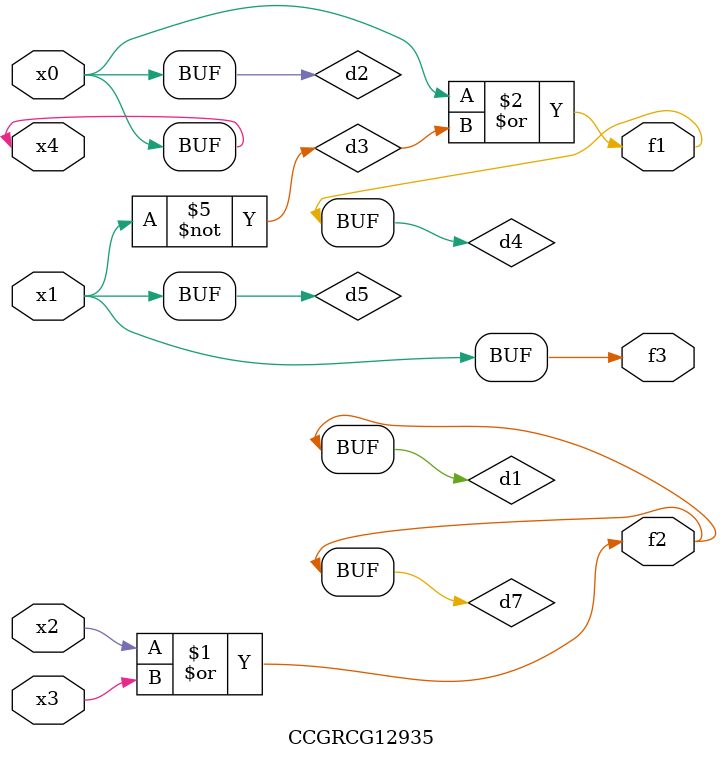
<source format=v>
module CCGRCG12935(
	input x0, x1, x2, x3, x4,
	output f1, f2, f3
);

	wire d1, d2, d3, d4, d5, d6, d7;

	or (d1, x2, x3);
	buf (d2, x0, x4);
	not (d3, x1);
	or (d4, d2, d3);
	not (d5, d3);
	nand (d6, d1, d3);
	or (d7, d1);
	assign f1 = d4;
	assign f2 = d7;
	assign f3 = d5;
endmodule

</source>
